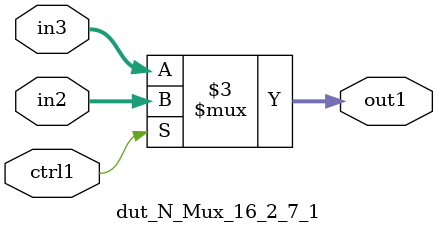
<source format=v>

`timescale 1ps / 1ps


module dut_N_Mux_16_2_7_1( in3, in2, ctrl1, out1 );

    input [15:0] in3;
    input [15:0] in2;
    input ctrl1;
    output [15:0] out1;
    reg [15:0] out1;

    
    // rtl_process:dut_N_Mux_16_2_7_1/dut_N_Mux_16_2_7_1_thread_1
    always @*
      begin : dut_N_Mux_16_2_7_1_thread_1
        case (ctrl1) 
          1'b1: 
            begin
              out1 = in2;
            end
          default: 
            begin
              out1 = in3;
            end
        endcase
      end

endmodule



</source>
